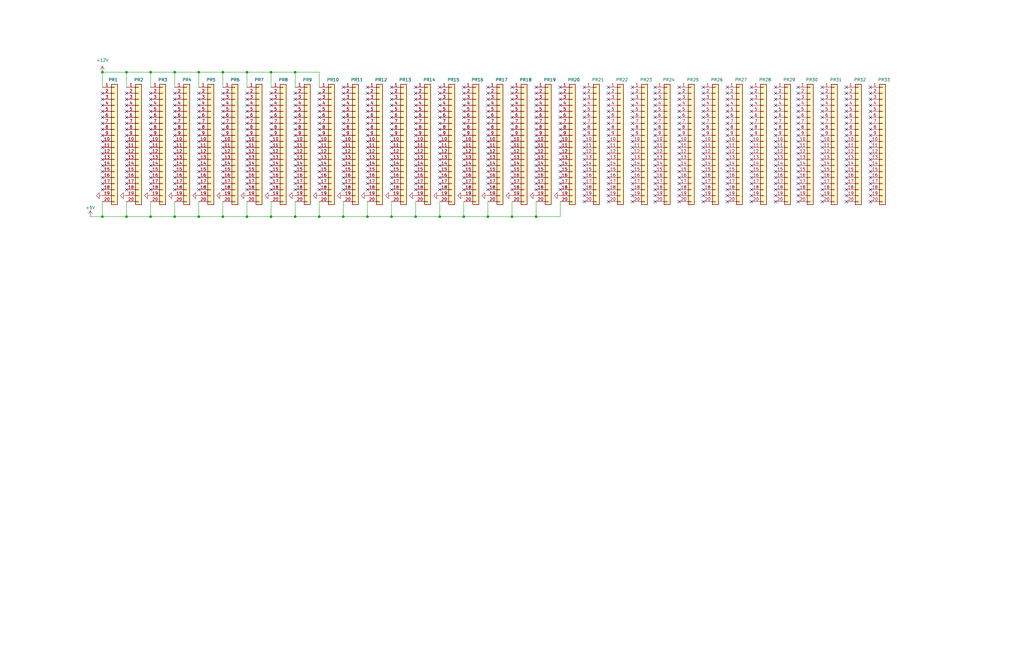
<source format=kicad_sch>
(kicad_sch (version 20230121) (generator eeschema)
  (paper "B")
  (title_block (title "Proto Area") (rev "B") (company "Trison Solutions LLC"))
  (lib_symbols
    (symbol "Groz_KiCad_Libs:Conn_01x20_Perf" (pin_names (offset 1.016) hide)
      (property "Reference" "J" (at 0 25.4 0))
      (property "Value" "Conn_01x20_Perf" (at 0 -27.94 0))
      (symbol "Conn_01x20_Perf_1_1"
        (rectangle (start -1.27 -25.273) (end 0 -25.527) (stroke (width 0.1524)))
        (rectangle (start -1.27 -22.733) (end 0 -22.987) (stroke (width 0.1524)))
        (rectangle (start -1.27 -20.193) (end 0 -20.447) (stroke (width 0.1524)))
        (rectangle (start -1.27 -17.653) (end 0 -17.907) (stroke (width 0.1524)))
        (rectangle (start -1.27 -15.113) (end 0 -15.367) (stroke (width 0.1524)))
        (rectangle (start -1.27 -12.573) (end 0 -12.827) (stroke (width 0.1524)))
        (rectangle (start -1.27 -10.033) (end 0 -10.287) (stroke (width 0.1524)))
        (rectangle (start -1.27 -7.493) (end 0 -7.747) (stroke (width 0.1524)))
        (rectangle (start -1.27 -4.953) (end 0 -5.207) (stroke (width 0.1524)))
        (rectangle (start -1.27 -2.413) (end 0 -2.667) (stroke (width 0.1524)))
        (rectangle (start -1.27 0.127) (end 0 -0.127) (stroke (width 0.1524)))
        (rectangle (start -1.27 2.667) (end 0 2.413) (stroke (width 0.1524)))
        (rectangle (start -1.27 5.207) (end 0 4.953) (stroke (width 0.1524)))
        (rectangle (start -1.27 7.747) (end 0 7.493) (stroke (width 0.1524)))
        (rectangle (start -1.27 10.287) (end 0 10.033) (stroke (width 0.1524)))
        (rectangle (start -1.27 12.827) (end 0 12.573) (stroke (width 0.1524)))
        (rectangle (start -1.27 15.367) (end 0 15.113) (stroke (width 0.1524)))
        (rectangle (start -1.27 17.907) (end 0 17.653) (stroke (width 0.1524)))
        (rectangle (start -1.27 20.447) (end 0 20.193) (stroke (width 0.1524)))
        (rectangle (start -1.27 22.987) (end 0 22.733) (stroke (width 0.1524)))
        (rectangle (start -1.27 24.13) (end 1.27 -26.67) (stroke (width 0.254)) (fill (type background)))
        (pin passive line (at -5.08 22.86 0) (length 3.81) (name "Pin_1") (number "1"))
        (pin passive line (at -5.08 0 0) (length 3.81) (name "Pin_10") (number "10"))
        (pin passive line (at -5.08 -2.54 0) (length 3.81) (name "Pin_11") (number "11"))
        (pin passive line (at -5.08 -5.08 0) (length 3.81) (name "Pin_12") (number "12"))
        (pin passive line (at -5.08 -7.62 0) (length 3.81) (name "Pin_13") (number "13"))
        (pin passive line (at -5.08 -10.16 0) (length 3.81) (name "Pin_14") (number "14"))
        (pin passive line (at -5.08 -12.7 0) (length 3.81) (name "Pin_15") (number "15"))
        (pin passive line (at -5.08 -15.24 0) (length 3.81) (name "Pin_16") (number "16"))
        (pin passive line (at -5.08 -17.78 0) (length 3.81) (name "Pin_17") (number "17"))
        (pin passive line (at -5.08 -20.32 0) (length 3.81) (name "Pin_18") (number "18"))
        (pin passive line (at -5.08 -22.86 0) (length 3.81) (name "Pin_19") (number "19"))
        (pin passive line (at -5.08 20.32 0) (length 3.81) (name "Pin_2") (number "2"))
        (pin passive line (at -5.08 -25.4 0) (length 3.81) (name "Pin_20") (number "20"))
        (pin passive line (at -5.08 17.78 0) (length 3.81) (name "Pin_3") (number "3"))
        (pin passive line (at -5.08 15.24 0) (length 3.81) (name "Pin_4") (number "4"))
        (pin passive line (at -5.08 12.7 0) (length 3.81) (name "Pin_5") (number "5"))
        (pin passive line (at -5.08 10.16 0) (length 3.81) (name "Pin_6") (number "6"))
        (pin passive line (at -5.08 7.62 0) (length 3.81) (name "Pin_7") (number "7"))
        (pin passive line (at -5.08 5.08 0) (length 3.81) (name "Pin_8") (number "8"))
        (pin passive line (at -5.08 2.54 0) (length 3.81) (name "Pin_9") (number "9"))
      )
    )
    (symbol "power:+12V" (power) (pin_names (offset 0))
      (property "Value" "+12V" (at 0 3.556 0))
      (symbol "+12V_0_1"
        (polyline (pts (xy -0.762 1.27) (xy 0 2.54)))
        (polyline (pts (xy 0 0) (xy 0 2.54)))
        (polyline (pts (xy 0 2.54) (xy 0.762 1.27)))
      )
      (symbol "+12V_1_1"
        (pin power_in line (at 0 0 90) (length 0) hide (name "+12V") (number "1"))
      )
    )
    (symbol "power:+5V" (power) (pin_names (offset 0))
      (property "Value" "+5V" (at 0 3.556 0))
      (symbol "+5V_0_1"
        (polyline (pts (xy -0.762 1.27) (xy 0 2.54)))
        (polyline (pts (xy 0 0) (xy 0 2.54)))
        (polyline (pts (xy 0 2.54) (xy 0.762 1.27)))
      )
      (symbol "+5V_1_1"
        (pin power_in line (at 0 0 90) (length 0) hide (name "+5V") (number "1"))
      )
    )
    (symbol "power:GND" (power) (pin_names (offset 0))
      (property "Value" "GND" (at 0 -3.81 0))
      (symbol "GND_0_1"
        (polyline (pts (xy 0 0) (xy 0 -1.27) (xy 1.27 -1.27) (xy 0 -2.54) (xy -1.27 -1.27) (xy 0 -1.27)))
      )
      (symbol "GND_1_1"
        (pin power_in line (at 0 0 270) (length 0) hide (name "GND") (number "1"))
      )
    )
  )
  (junction (at 124.46 91.44))
  (junction (at 215.9 91.44))
  (junction (at 114.3 30.48))
  (junction (at 104.14 30.48))
  (junction (at 53.34 91.44))
  (junction (at 73.66 91.44))
  (junction (at 144.78 91.44))
  (junction (at 83.82 91.44))
  (junction (at 124.46 30.48))
  (junction (at 53.34 30.48))
  (junction (at 93.98 91.44))
  (junction (at 104.14 91.44))
  (junction (at 83.82 30.48))
  (junction (at 134.62 91.44))
  (junction (at 175.26 91.44))
  (junction (at 43.18 91.44))
  (junction (at 63.5 91.44))
  (junction (at 165.1 91.44))
  (junction (at 226.06 91.44))
  (junction (at 43.18 30.48))
  (junction (at 205.74 91.44))
  (junction (at 63.5 30.48))
  (junction (at 195.58 91.44))
  (junction (at 93.98 30.48))
  (junction (at 154.94 91.44))
  (junction (at 114.3 91.44))
  (junction (at 73.66 30.48))
  (junction (at 185.42 91.44))
  (no_connect (at 367.03 49.53))
  (no_connect (at 276.225 80.01))
  (no_connect (at 246.38 49.53))
  (no_connect (at 63.5 69.85))
  (no_connect (at 256.54 72.39))
  (no_connect (at 175.26 46.99))
  (no_connect (at 256.54 67.31))
  (no_connect (at 266.7 62.23))
  (no_connect (at 124.46 80.01))
  (no_connect (at 83.82 77.47))
  (no_connect (at 306.705 72.39))
  (no_connect (at 266.7 52.07))
  (no_connect (at 165.1 77.47))
  (no_connect (at 205.74 44.45))
  (no_connect (at 246.38 64.77))
  (no_connect (at 306.705 80.01))
  (no_connect (at 205.74 80.01))
  (no_connect (at 175.26 69.85))
  (no_connect (at 226.06 46.99))
  (no_connect (at 165.1 44.45))
  (no_connect (at 316.865 62.23))
  (no_connect (at 154.94 62.23))
  (no_connect (at 327.025 80.01))
  (no_connect (at 356.87 72.39))
  (no_connect (at 256.54 77.47))
  (no_connect (at 83.82 46.99))
  (no_connect (at 286.385 67.31))
  (no_connect (at 124.46 46.99))
  (no_connect (at 195.58 69.85))
  (no_connect (at 276.225 72.39))
  (no_connect (at 276.225 64.77))
  (no_connect (at 205.74 67.31))
  (no_connect (at 336.55 59.69))
  (no_connect (at 266.7 49.53))
  (no_connect (at 327.025 49.53))
  (no_connect (at 93.98 57.15))
  (no_connect (at 165.1 57.15))
  (no_connect (at 316.865 69.85))
  (no_connect (at 134.62 41.91))
  (no_connect (at 236.22 39.37))
  (no_connect (at 195.58 46.99))
  (no_connect (at 266.7 36.83))
  (no_connect (at 327.025 57.15))
  (no_connect (at 246.38 72.39))
  (no_connect (at 346.71 80.01))
  (no_connect (at 154.94 46.99))
  (no_connect (at 104.14 69.85))
  (no_connect (at 83.82 57.15))
  (no_connect (at 175.26 77.47))
  (no_connect (at 53.34 77.47))
  (no_connect (at 134.62 67.31))
  (no_connect (at 73.66 69.85))
  (no_connect (at 356.87 49.53))
  (no_connect (at 134.62 49.53))
  (no_connect (at 43.18 44.45))
  (no_connect (at 93.98 52.07))
  (no_connect (at 367.03 46.99))
  (no_connect (at 124.46 69.85))
  (no_connect (at 256.54 54.61))
  (no_connect (at 175.26 41.91))
  (no_connect (at 236.22 52.07))
  (no_connect (at 144.78 67.31))
  (no_connect (at 296.545 62.23))
  (no_connect (at 134.62 46.99))
  (no_connect (at 43.18 39.37))
  (no_connect (at 93.98 64.77))
  (no_connect (at 356.87 85.09))
  (no_connect (at 215.9 57.15))
  (no_connect (at 124.46 54.61))
  (no_connect (at 63.5 72.39))
  (no_connect (at 266.7 74.93))
  (no_connect (at 185.42 80.01))
  (no_connect (at 346.71 52.07))
  (no_connect (at 266.7 64.77))
  (no_connect (at 226.06 67.31))
  (no_connect (at 367.03 39.37))
  (no_connect (at 165.1 69.85))
  (no_connect (at 53.34 46.99))
  (no_connect (at 195.58 57.15))
  (no_connect (at 327.025 46.99))
  (no_connect (at 246.38 67.31))
  (no_connect (at 195.58 54.61))
  (no_connect (at 296.545 85.09))
  (no_connect (at 73.66 41.91))
  (no_connect (at 296.545 59.69))
  (no_connect (at 276.225 44.45))
  (no_connect (at 336.55 49.53))
  (no_connect (at 215.9 67.31))
  (no_connect (at 195.58 64.77))
  (no_connect (at 104.14 80.01))
  (no_connect (at 306.705 67.31))
  (no_connect (at 306.705 36.83))
  (no_connect (at 63.5 39.37))
  (no_connect (at 346.71 74.93))
  (no_connect (at 296.545 57.15))
  (no_connect (at 195.58 74.93))
  (no_connect (at 185.42 39.37))
  (no_connect (at 114.3 49.53))
  (no_connect (at 367.03 82.55))
  (no_connect (at 236.22 67.31))
  (no_connect (at 73.66 77.47))
  (no_connect (at 215.9 72.39))
  (no_connect (at 215.9 41.91))
  (no_connect (at 266.7 54.61))
  (no_connect (at 165.1 46.99))
  (no_connect (at 63.5 80.01))
  (no_connect (at 73.66 39.37))
  (no_connect (at 205.74 77.47))
  (no_connect (at 356.87 82.55))
  (no_connect (at 367.03 36.83))
  (no_connect (at 246.38 74.93))
  (no_connect (at 144.78 41.91))
  (no_connect (at 195.58 80.01))
  (no_connect (at 144.78 36.83))
  (no_connect (at 236.22 62.23))
  (no_connect (at 346.71 85.09))
  (no_connect (at 175.26 67.31))
  (no_connect (at 256.54 44.45))
  (no_connect (at 236.22 80.01))
  (no_connect (at 296.545 69.85))
  (no_connect (at 336.55 74.93))
  (no_connect (at 114.3 69.85))
  (no_connect (at 276.225 59.69))
  (no_connect (at 246.38 36.83))
  (no_connect (at 336.55 46.99))
  (no_connect (at 346.71 57.15))
  (no_connect (at 104.14 52.07))
  (no_connect (at 236.22 44.45))
  (no_connect (at 93.98 46.99))
  (no_connect (at 346.71 36.83))
  (no_connect (at 215.9 44.45))
  (no_connect (at 256.54 59.69))
  (no_connect (at 226.06 36.83))
  (no_connect (at 104.14 74.93))
  (no_connect (at 306.705 52.07))
  (no_connect (at 83.82 64.77))
  (no_connect (at 114.3 52.07))
  (no_connect (at 367.03 54.61))
  (no_connect (at 104.14 54.61))
  (no_connect (at 256.54 62.23))
  (no_connect (at 286.385 77.47))
  (no_connect (at 205.74 39.37))
  (no_connect (at 256.54 36.83))
  (no_connect (at 306.705 69.85))
  (no_connect (at 205.74 64.77))
  (no_connect (at 336.55 52.07))
  (no_connect (at 154.94 49.53))
  (no_connect (at 316.865 80.01))
  (no_connect (at 336.55 54.61))
  (no_connect (at 43.18 72.39))
  (no_connect (at 93.98 77.47))
  (no_connect (at 246.38 62.23))
  (no_connect (at 306.705 57.15))
  (no_connect (at 215.9 74.93))
  (no_connect (at 296.545 49.53))
  (no_connect (at 185.42 62.23))
  (no_connect (at 276.225 57.15))
  (no_connect (at 205.74 36.83))
  (no_connect (at 286.385 69.85))
  (no_connect (at 53.34 41.91))
  (no_connect (at 93.98 39.37))
  (no_connect (at 53.34 44.45))
  (no_connect (at 356.87 44.45))
  (no_connect (at 296.545 41.91))
  (no_connect (at 367.03 57.15))
  (no_connect (at 53.34 64.77))
  (no_connect (at 73.66 52.07))
  (no_connect (at 53.34 74.93))
  (no_connect (at 104.14 41.91))
  (no_connect (at 134.62 54.61))
  (no_connect (at 175.26 59.69))
  (no_connect (at 215.9 49.53))
  (no_connect (at 236.22 46.99))
  (no_connect (at 276.225 82.55))
  (no_connect (at 215.9 69.85))
  (no_connect (at 316.865 36.83))
  (no_connect (at 165.1 72.39))
  (no_connect (at 336.55 67.31))
  (no_connect (at 367.03 69.85))
  (no_connect (at 154.94 59.69))
  (no_connect (at 114.3 74.93))
  (no_connect (at 346.71 64.77))
  (no_connect (at 246.38 80.01))
  (no_connect (at 215.9 59.69))
  (no_connect (at 175.26 62.23))
  (no_connect (at 175.26 74.93))
  (no_connect (at 134.62 64.77))
  (no_connect (at 296.545 77.47))
  (no_connect (at 356.87 36.83))
  (no_connect (at 356.87 62.23))
  (no_connect (at 73.66 67.31))
  (no_connect (at 306.705 59.69))
  (no_connect (at 144.78 59.69))
  (no_connect (at 316.865 57.15))
  (no_connect (at 256.54 41.91))
  (no_connect (at 205.74 72.39))
  (no_connect (at 316.865 44.45))
  (no_connect (at 346.71 46.99))
  (no_connect (at 316.865 67.31))
  (no_connect (at 43.18 49.53))
  (no_connect (at 316.865 39.37))
  (no_connect (at 83.82 44.45))
  (no_connect (at 276.225 52.07))
  (no_connect (at 226.06 74.93))
  (no_connect (at 93.98 67.31))
  (no_connect (at 226.06 62.23))
  (no_connect (at 236.22 74.93))
  (no_connect (at 327.025 69.85))
  (no_connect (at 154.94 80.01))
  (no_connect (at 165.1 59.69))
  (no_connect (at 336.55 36.83))
  (no_connect (at 43.18 41.91))
  (no_connect (at 195.58 67.31))
  (no_connect (at 114.3 59.69))
  (no_connect (at 266.7 80.01))
  (no_connect (at 356.87 77.47))
  (no_connect (at 185.42 57.15))
  (no_connect (at 165.1 39.37))
  (no_connect (at 256.54 57.15))
  (no_connect (at 215.9 62.23))
  (no_connect (at 367.03 64.77))
  (no_connect (at 236.22 72.39))
  (no_connect (at 154.94 52.07))
  (no_connect (at 316.865 52.07))
  (no_connect (at 266.7 82.55))
  (no_connect (at 356.87 80.01))
  (no_connect (at 266.7 67.31))
  (no_connect (at 316.865 54.61))
  (no_connect (at 367.03 77.47))
  (no_connect (at 43.18 67.31))
  (no_connect (at 114.3 46.99))
  (no_connect (at 195.58 72.39))
  (no_connect (at 346.71 77.47))
  (no_connect (at 185.42 69.85))
  (no_connect (at 185.42 77.47))
  (no_connect (at 336.55 72.39))
  (no_connect (at 104.14 49.53))
  (no_connect (at 286.385 64.77))
  (no_connect (at 226.06 41.91))
  (no_connect (at 134.62 69.85))
  (no_connect (at 185.42 52.07))
  (no_connect (at 73.66 49.53))
  (no_connect (at 246.38 69.85))
  (no_connect (at 53.34 49.53))
  (no_connect (at 43.18 46.99))
  (no_connect (at 276.225 41.91))
  (no_connect (at 185.42 54.61))
  (no_connect (at 306.705 46.99))
  (no_connect (at 226.06 69.85))
  (no_connect (at 195.58 49.53))
  (no_connect (at 93.98 69.85))
  (no_connect (at 83.82 72.39))
  (no_connect (at 165.1 67.31))
  (no_connect (at 327.025 36.83))
  (no_connect (at 43.18 54.61))
  (no_connect (at 93.98 54.61))
  (no_connect (at 83.82 59.69))
  (no_connect (at 276.225 46.99))
  (no_connect (at 83.82 39.37))
  (no_connect (at 346.71 41.91))
  (no_connect (at 346.71 54.61))
  (no_connect (at 327.025 59.69))
  (no_connect (at 83.82 80.01))
  (no_connect (at 43.18 57.15))
  (no_connect (at 144.78 80.01))
  (no_connect (at 185.42 44.45))
  (no_connect (at 346.71 44.45))
  (no_connect (at 104.14 39.37))
  (no_connect (at 346.71 39.37))
  (no_connect (at 215.9 36.83))
  (no_connect (at 336.55 69.85))
  (no_connect (at 286.385 80.01))
  (no_connect (at 154.94 72.39))
  (no_connect (at 356.87 52.07))
  (no_connect (at 316.865 41.91))
  (no_connect (at 114.3 54.61))
  (no_connect (at 356.87 74.93))
  (no_connect (at 327.025 85.09))
  (no_connect (at 154.94 41.91))
  (no_connect (at 296.545 72.39))
  (no_connect (at 346.71 59.69))
  (no_connect (at 226.06 44.45))
  (no_connect (at 195.58 62.23))
  (no_connect (at 73.66 54.61))
  (no_connect (at 185.42 59.69))
  (no_connect (at 144.78 69.85))
  (no_connect (at 296.545 54.61))
  (no_connect (at 336.55 57.15))
  (no_connect (at 236.22 36.83))
  (no_connect (at 306.705 77.47))
  (no_connect (at 195.58 52.07))
  (no_connect (at 195.58 36.83))
  (no_connect (at 356.87 69.85))
  (no_connect (at 114.3 77.47))
  (no_connect (at 346.71 72.39))
  (no_connect (at 124.46 74.93))
  (no_connect (at 205.74 69.85))
  (no_connect (at 124.46 59.69))
  (no_connect (at 306.705 64.77))
  (no_connect (at 63.5 62.23))
  (no_connect (at 63.5 64.77))
  (no_connect (at 144.78 74.93))
  (no_connect (at 154.94 74.93))
  (no_connect (at 286.385 85.09))
  (no_connect (at 286.385 52.07))
  (no_connect (at 144.78 57.15))
  (no_connect (at 43.18 64.77))
  (no_connect (at 226.06 54.61))
  (no_connect (at 83.82 74.93))
  (no_connect (at 286.385 74.93))
  (no_connect (at 226.06 64.77))
  (no_connect (at 185.42 72.39))
  (no_connect (at 104.14 67.31))
  (no_connect (at 215.9 52.07))
  (no_connect (at 266.7 57.15))
  (no_connect (at 356.87 41.91))
  (no_connect (at 306.705 39.37))
  (no_connect (at 134.62 74.93))
  (no_connect (at 104.14 57.15))
  (no_connect (at 154.94 77.47))
  (no_connect (at 154.94 44.45))
  (no_connect (at 296.545 82.55))
  (no_connect (at 124.46 52.07))
  (no_connect (at 327.025 54.61))
  (no_connect (at 195.58 77.47))
  (no_connect (at 124.46 62.23))
  (no_connect (at 367.03 72.39))
  (no_connect (at 296.545 39.37))
  (no_connect (at 144.78 64.77))
  (no_connect (at 114.3 67.31))
  (no_connect (at 236.22 49.53))
  (no_connect (at 165.1 49.53))
  (no_connect (at 246.38 77.47))
  (no_connect (at 53.34 52.07))
  (no_connect (at 256.54 82.55))
  (no_connect (at 236.22 59.69))
  (no_connect (at 63.5 74.93))
  (no_connect (at 43.18 59.69))
  (no_connect (at 205.74 54.61))
  (no_connect (at 144.78 54.61))
  (no_connect (at 266.7 46.99))
  (no_connect (at 306.705 41.91))
  (no_connect (at 236.22 64.77))
  (no_connect (at 73.66 62.23))
  (no_connect (at 124.46 41.91))
  (no_connect (at 205.74 41.91))
  (no_connect (at 256.54 80.01))
  (no_connect (at 256.54 64.77))
  (no_connect (at 226.06 57.15))
  (no_connect (at 327.025 82.55))
  (no_connect (at 226.06 80.01))
  (no_connect (at 266.7 59.69))
  (no_connect (at 316.865 77.47))
  (no_connect (at 276.225 62.23))
  (no_connect (at 327.025 39.37))
  (no_connect (at 336.55 82.55))
  (no_connect (at 336.55 41.91))
  (no_connect (at 165.1 80.01))
  (no_connect (at 246.38 82.55))
  (no_connect (at 286.385 72.39))
  (no_connect (at 296.545 46.99))
  (no_connect (at 296.545 64.77))
  (no_connect (at 346.71 82.55))
  (no_connect (at 93.98 49.53))
  (no_connect (at 93.98 44.45))
  (no_connect (at 306.705 82.55))
  (no_connect (at 63.5 59.69))
  (no_connect (at 266.7 41.91))
  (no_connect (at 367.03 67.31))
  (no_connect (at 327.025 64.77))
  (no_connect (at 327.025 62.23))
  (no_connect (at 73.66 46.99))
  (no_connect (at 43.18 52.07))
  (no_connect (at 306.705 54.61))
  (no_connect (at 63.5 44.45))
  (no_connect (at 327.025 77.47))
  (no_connect (at 53.34 59.69))
  (no_connect (at 286.385 46.99))
  (no_connect (at 63.5 67.31))
  (no_connect (at 306.705 74.93))
  (no_connect (at 327.025 74.93))
  (no_connect (at 367.03 59.69))
  (no_connect (at 367.03 44.45))
  (no_connect (at 316.865 72.39))
  (no_connect (at 327.025 52.07))
  (no_connect (at 246.38 54.61))
  (no_connect (at 73.66 59.69))
  (no_connect (at 276.225 36.83))
  (no_connect (at 367.03 41.91))
  (no_connect (at 316.865 85.09))
  (no_connect (at 276.225 67.31))
  (no_connect (at 63.5 57.15))
  (no_connect (at 356.87 39.37))
  (no_connect (at 175.26 72.39))
  (no_connect (at 144.78 77.47))
  (no_connect (at 175.26 36.83))
  (no_connect (at 346.71 49.53))
  (no_connect (at 266.7 44.45))
  (no_connect (at 124.46 77.47))
  (no_connect (at 316.865 64.77))
  (no_connect (at 205.74 46.99))
  (no_connect (at 306.705 62.23))
  (no_connect (at 154.94 67.31))
  (no_connect (at 266.7 39.37))
  (no_connect (at 246.38 41.91))
  (no_connect (at 246.38 85.09))
  (no_connect (at 246.38 44.45))
  (no_connect (at 104.14 59.69))
  (no_connect (at 195.58 39.37))
  (no_connect (at 215.9 39.37))
  (no_connect (at 246.38 39.37))
  (no_connect (at 124.46 39.37))
  (no_connect (at 327.025 41.91))
  (no_connect (at 205.74 59.69))
  (no_connect (at 175.26 80.01))
  (no_connect (at 114.3 39.37))
  (no_connect (at 165.1 36.83))
  (no_connect (at 104.14 72.39))
  (no_connect (at 114.3 62.23))
  (no_connect (at 367.03 74.93))
  (no_connect (at 53.34 57.15))
  (no_connect (at 336.55 64.77))
  (no_connect (at 63.5 54.61))
  (no_connect (at 134.62 39.37))
  (no_connect (at 165.1 64.77))
  (no_connect (at 236.22 57.15))
  (no_connect (at 336.55 39.37))
  (no_connect (at 286.385 44.45))
  (no_connect (at 144.78 49.53))
  (no_connect (at 346.71 62.23))
  (no_connect (at 175.26 39.37))
  (no_connect (at 175.26 64.77))
  (no_connect (at 185.42 67.31))
  (no_connect (at 124.46 49.53))
  (no_connect (at 336.55 62.23))
  (no_connect (at 185.42 74.93))
  (no_connect (at 246.38 52.07))
  (no_connect (at 43.18 69.85))
  (no_connect (at 175.26 49.53))
  (no_connect (at 73.66 74.93))
  (no_connect (at 356.87 57.15))
  (no_connect (at 346.71 67.31))
  (no_connect (at 83.82 49.53))
  (no_connect (at 306.705 49.53))
  (no_connect (at 144.78 72.39))
  (no_connect (at 104.14 62.23))
  (no_connect (at 316.865 82.55))
  (no_connect (at 256.54 46.99))
  (no_connect (at 215.9 77.47))
  (no_connect (at 134.62 52.07))
  (no_connect (at 256.54 85.09))
  (no_connect (at 276.225 49.53))
  (no_connect (at 144.78 62.23))
  (no_connect (at 165.1 54.61))
  (no_connect (at 124.46 64.77))
  (no_connect (at 43.18 80.01))
  (no_connect (at 226.06 49.53))
  (no_connect (at 114.3 41.91))
  (no_connect (at 134.62 80.01))
  (no_connect (at 104.14 77.47))
  (no_connect (at 53.34 80.01))
  (no_connect (at 226.06 77.47))
  (no_connect (at 53.34 67.31))
  (no_connect (at 205.74 49.53))
  (no_connect (at 215.9 54.61))
  (no_connect (at 296.545 67.31))
  (no_connect (at 266.7 72.39))
  (no_connect (at 276.225 69.85))
  (no_connect (at 296.545 74.93))
  (no_connect (at 296.545 44.45))
  (no_connect (at 154.94 64.77))
  (no_connect (at 185.42 36.83))
  (no_connect (at 83.82 41.91))
  (no_connect (at 286.385 39.37))
  (no_connect (at 43.18 62.23))
  (no_connect (at 195.58 41.91))
  (no_connect (at 286.385 62.23))
  (no_connect (at 367.03 52.07))
  (no_connect (at 356.87 46.99))
  (no_connect (at 356.87 59.69))
  (no_connect (at 144.78 39.37))
  (no_connect (at 296.545 52.07))
  (no_connect (at 306.705 85.09))
  (no_connect (at 195.58 44.45))
  (no_connect (at 336.55 77.47))
  (no_connect (at 154.94 39.37))
  (no_connect (at 165.1 74.93))
  (no_connect (at 114.3 64.77))
  (no_connect (at 296.545 80.01))
  (no_connect (at 246.38 57.15))
  (no_connect (at 236.22 77.47))
  (no_connect (at 256.54 49.53))
  (no_connect (at 154.94 54.61))
  (no_connect (at 175.26 54.61))
  (no_connect (at 73.66 44.45))
  (no_connect (at 236.22 69.85))
  (no_connect (at 63.5 49.53))
  (no_connect (at 266.7 85.09))
  (no_connect (at 43.18 77.47))
  (no_connect (at 63.5 46.99))
  (no_connect (at 286.385 36.83))
  (no_connect (at 367.03 80.01))
  (no_connect (at 134.62 44.45))
  (no_connect (at 276.225 77.47))
  (no_connect (at 53.34 72.39))
  (no_connect (at 73.66 64.77))
  (no_connect (at 356.87 54.61))
  (no_connect (at 286.385 49.53))
  (no_connect (at 256.54 74.93))
  (no_connect (at 165.1 62.23))
  (no_connect (at 246.38 59.69))
  (no_connect (at 83.82 62.23))
  (no_connect (at 356.87 67.31))
  (no_connect (at 134.62 59.69))
  (no_connect (at 114.3 72.39))
  (no_connect (at 43.18 74.93))
  (no_connect (at 336.55 44.45))
  (no_connect (at 205.74 52.07))
  (no_connect (at 226.06 39.37))
  (no_connect (at 165.1 52.07))
  (no_connect (at 104.14 64.77))
  (no_connect (at 296.545 36.83))
  (no_connect (at 73.66 80.01))
  (no_connect (at 256.54 69.85))
  (no_connect (at 336.55 80.01))
  (no_connect (at 175.26 52.07))
  (no_connect (at 316.865 46.99))
  (no_connect (at 144.78 46.99))
  (no_connect (at 236.22 41.91))
  (no_connect (at 276.225 85.09))
  (no_connect (at 93.98 62.23))
  (no_connect (at 114.3 80.01))
  (no_connect (at 246.38 46.99))
  (no_connect (at 327.025 72.39))
  (no_connect (at 93.98 59.69))
  (no_connect (at 205.74 74.93))
  (no_connect (at 83.82 69.85))
  (no_connect (at 134.62 57.15))
  (no_connect (at 226.06 72.39))
  (no_connect (at 316.865 49.53))
  (no_connect (at 226.06 52.07))
  (no_connect (at 83.82 67.31))
  (no_connect (at 124.46 72.39))
  (no_connect (at 83.82 54.61))
  (no_connect (at 367.03 85.09))
  (no_connect (at 53.34 39.37))
  (no_connect (at 266.7 69.85))
  (no_connect (at 124.46 57.15))
  (no_connect (at 316.865 74.93))
  (no_connect (at 215.9 80.01))
  (no_connect (at 114.3 57.15))
  (no_connect (at 73.66 72.39))
  (no_connect (at 175.26 44.45))
  (no_connect (at 63.5 52.07))
  (no_connect (at 53.34 69.85))
  (no_connect (at 336.55 85.09))
  (no_connect (at 53.34 54.61))
  (no_connect (at 215.9 46.99))
  (no_connect (at 256.54 52.07))
  (no_connect (at 356.87 64.77))
  (no_connect (at 327.025 44.45))
  (no_connect (at 205.74 62.23))
  (no_connect (at 93.98 74.93))
  (no_connect (at 93.98 72.39))
  (no_connect (at 104.14 46.99))
  (no_connect (at 73.66 57.15))
  (no_connect (at 154.94 36.83))
  (no_connect (at 53.34 62.23))
  (no_connect (at 104.14 44.45))
  (no_connect (at 144.78 44.45))
  (no_connect (at 154.94 69.85))
  (no_connect (at 154.94 57.15))
  (no_connect (at 327.025 67.31))
  (no_connect (at 185.42 49.53))
  (no_connect (at 124.46 67.31))
  (no_connect (at 175.26 57.15))
  (no_connect (at 93.98 80.01))
  (no_connect (at 185.42 41.91))
  (no_connect (at 286.385 41.91))
  (no_connect (at 134.62 77.47))
  (no_connect (at 185.42 64.77))
  (no_connect (at 63.5 77.47))
  (no_connect (at 185.42 46.99))
  (no_connect (at 367.03 62.23))
  (no_connect (at 165.1 41.91))
  (no_connect (at 226.06 59.69))
  (no_connect (at 286.385 57.15))
  (no_connect (at 306.705 44.45))
  (no_connect (at 286.385 82.55))
  (no_connect (at 205.74 57.15))
  (no_connect (at 276.225 39.37))
  (no_connect (at 276.225 74.93))
  (no_connect (at 286.385 59.69))
  (no_connect (at 316.865 59.69))
  (no_connect (at 134.62 72.39))
  (no_connect (at 286.385 54.61))
  (no_connect (at 63.5 41.91))
  (no_connect (at 144.78 52.07))
  (no_connect (at 256.54 39.37))
  (no_connect (at 93.98 41.91))
  (no_connect (at 346.71 69.85))
  (no_connect (at 276.225 54.61))
  (no_connect (at 266.7 77.47))
  (no_connect (at 124.46 44.45))
  (no_connect (at 215.9 64.77))
  (no_connect (at 134.62 62.23))
  (no_connect (at 114.3 44.45))
  (no_connect (at 236.22 54.61))
  (no_connect (at 195.58 59.69))
  (no_connect (at 83.82 52.07))
  (wire (pts (xy 175.26 91.44) (xy 185.42 91.44)))
  (wire (pts (xy 124.46 30.48) (xy 124.46 36.83)))
  (wire (pts (xy 63.5 91.44) (xy 73.66 91.44)))
  (wire (pts (xy 104.14 91.44) (xy 114.3 91.44)))
  (wire (pts (xy 43.18 91.44) (xy 53.34 91.44)))
  (wire (pts (xy 43.18 30.48) (xy 53.34 30.48)))
  (wire (pts (xy 236.22 85.09) (xy 236.22 91.44)))
  (wire (pts (xy 73.66 30.48) (xy 83.82 30.48)))
  (wire (pts (xy 185.42 85.09) (xy 185.42 91.44)))
  (wire (pts (xy 38.1 91.44) (xy 43.18 91.44)))
  (wire (pts (xy 73.66 30.48) (xy 73.66 36.83)))
  (wire (pts (xy 53.34 85.09) (xy 53.34 91.44)))
  (wire (pts (xy 205.74 85.09) (xy 205.74 91.44)))
  (wire (pts (xy 226.06 85.09) (xy 226.06 91.44)))
  (wire (pts (xy 165.1 91.44) (xy 175.26 91.44)))
  (wire (pts (xy 114.3 30.48) (xy 124.46 30.48)))
  (wire (pts (xy 215.9 85.09) (xy 215.9 91.44)))
  (wire (pts (xy 93.98 30.48) (xy 93.98 36.83)))
  (wire (pts (xy 114.3 30.48) (xy 114.3 36.83)))
  (wire (pts (xy 104.14 85.09) (xy 104.14 91.44)))
  (wire (pts (xy 83.82 30.48) (xy 83.82 36.83)))
  (wire (pts (xy 144.78 91.44) (xy 154.94 91.44)))
  (wire (pts (xy 53.34 30.48) (xy 63.5 30.48)))
  (wire (pts (xy 43.18 36.83) (xy 43.18 30.48)))
  (wire (pts (xy 124.46 91.44) (xy 134.62 91.44)))
  (wire (pts (xy 215.9 91.44) (xy 226.06 91.44)))
  (wire (pts (xy 73.66 85.09) (xy 73.66 91.44)))
  (wire (pts (xy 134.62 91.44) (xy 144.78 91.44)))
  (wire (pts (xy 93.98 91.44) (xy 104.14 91.44)))
  (wire (pts (xy 195.58 91.44) (xy 205.74 91.44)))
  (wire (pts (xy 165.1 85.09) (xy 165.1 91.44)))
  (wire (pts (xy 93.98 30.48) (xy 104.14 30.48)))
  (wire (pts (xy 93.98 85.09) (xy 93.98 91.44)))
  (wire (pts (xy 83.82 91.44) (xy 93.98 91.44)))
  (wire (pts (xy 134.62 85.09) (xy 134.62 91.44)))
  (wire (pts (xy 226.06 91.44) (xy 236.22 91.44)))
  (wire (pts (xy 53.34 91.44) (xy 63.5 91.44)))
  (wire (pts (xy 114.3 85.09) (xy 114.3 91.44)))
  (wire (pts (xy 83.82 85.09) (xy 83.82 91.44)))
  (wire (pts (xy 104.14 30.48) (xy 104.14 36.83)))
  (wire (pts (xy 63.5 85.09) (xy 63.5 91.44)))
  (wire (pts (xy 185.42 91.44) (xy 195.58 91.44)))
  (wire (pts (xy 205.74 91.44) (xy 215.9 91.44)))
  (wire (pts (xy 43.18 85.09) (xy 43.18 91.44)))
  (wire (pts (xy 63.5 30.48) (xy 63.5 36.83)))
  (wire (pts (xy 154.94 91.44) (xy 165.1 91.44)))
  (wire (pts (xy 154.94 85.09) (xy 154.94 91.44)))
  (wire (pts (xy 73.66 91.44) (xy 83.82 91.44)))
  (wire (pts (xy 124.46 85.09) (xy 124.46 91.44)))
  (wire (pts (xy 104.14 30.48) (xy 114.3 30.48)))
  (wire (pts (xy 134.62 30.48) (xy 134.62 36.83)))
  (wire (pts (xy 63.5 30.48) (xy 73.66 30.48)))
  (wire (pts (xy 144.78 85.09) (xy 144.78 91.44)))
  (wire (pts (xy 175.26 85.09) (xy 175.26 91.44)))
  (wire (pts (xy 83.82 30.48) (xy 93.98 30.48)))
  (wire (pts (xy 195.58 85.09) (xy 195.58 91.44)))
  (wire (pts (xy 124.46 30.48) (xy 134.62 30.48)))
  (wire (pts (xy 53.34 30.48) (xy 53.34 36.83)))
  (wire (pts (xy 114.3 91.44) (xy 124.46 91.44)))
  (symbol (lib_id "power:+5V") (at 38.1 91.44 0) (mirror y) (unit 1)
    (property "Reference" "#PWR035" (effects hide))
    (property "Value" "+5V" (at 38.1 87.63 0))
    (instances (project "CNH_Functional_Tester_1" (path "" (reference "#PWR035") (unit 1)) (path "" (reference "#PWR070") (unit 1))))
  )
  (symbol (lib_id "Groz_KiCad_Libs:Conn_01x20_Perf") (at 78.74 59.69 0) (unit 1)
    (property "Reference" "PR4" (at 76.835 33.655 0) (effects (justify left)))
    (property "Value" "Conn_01x20_Perf" (effects hide))
    (property "Footprint" "Groz_KiCad_Libs:SIP-20_PERF" (effects hide))
  )
  (symbol (lib_id "power:GND") (at 205.74 82.55 270) (unit 1)
    (property "Reference" "#PWR043" (effects hide))
    (property "Value" "GND" (effects hide))
    (instances (project "CNH_Functional_Tester_1" (path "" (reference "#PWR043") (unit 1)) (path "" (reference "#PWR062") (unit 1))))
  )
  (symbol (lib_id "power:GND") (at 73.66 82.55 270) (unit 1)
    (property "Reference" "#PWR043" (effects hide))
    (property "Value" "GND" (effects hide))
    (instances (project "CNH_Functional_Tester_1" (path "" (reference "#PWR043") (unit 1)) (path "" (reference "#PWR049") (unit 1))))
  )
  (symbol (lib_id "Groz_KiCad_Libs:Conn_01x20_Perf") (at 200.66 59.69 0) (unit 1)
    (property "Reference" "PR16" (at 198.755 33.655 0) (effects (justify left)))
    (property "Value" "Conn_01x20_Perf" (effects hide))
    (property "Footprint" "Groz_KiCad_Libs:SIP-20_PERF" (effects hide))
  )
  (symbol (lib_id "power:GND") (at 124.46 82.55 270) (unit 1)
    (property "Reference" "#PWR043" (effects hide))
    (property "Value" "GND" (effects hide))
    (instances (project "CNH_Functional_Tester_1" (path "" (reference "#PWR043") (unit 1)) (path "" (reference "#PWR054") (unit 1))))
  )
  (symbol (lib_id "power:GND") (at 236.22 82.55 270) (unit 1)
    (property "Reference" "#PWR043" (effects hide))
    (property "Value" "GND" (effects hide))
    (instances (project "CNH_Functional_Tester_1" (path "" (reference "#PWR043") (unit 1)) (path "" (reference "#PWR065") (unit 1))))
  )
  (symbol (lib_id "Groz_KiCad_Libs:Conn_01x20_Perf") (at 311.785 59.69 0) (unit 1)
    (property "Reference" "PR27" (at 309.88 33.655 0) (effects (justify left)))
    (property "Value" "Conn_01x20_Perf" (effects hide))
    (property "Footprint" "Groz_KiCad_Libs:SIP-20_PERF" (effects hide))
  )
  (symbol (lib_id "Groz_KiCad_Libs:Conn_01x20_Perf") (at 160.02 59.69 0) (unit 1)
    (property "Reference" "PR12" (at 158.115 33.655 0) (effects (justify left)))
    (property "Value" "Conn_01x20_Perf" (effects hide))
    (property "Footprint" "Groz_KiCad_Libs:SIP-20_PERF" (effects hide))
  )
  (symbol (lib_id "power:GND") (at 63.5 82.55 270) (unit 1)
    (property "Reference" "#PWR043" (effects hide))
    (property "Value" "GND" (effects hide))
    (instances (project "CNH_Functional_Tester_1" (path "" (reference "#PWR043") (unit 1)) (path "" (reference "#PWR048") (unit 1))))
  )
  (symbol (lib_id "power:GND") (at 144.78 82.55 270) (unit 1)
    (property "Reference" "#PWR043" (effects hide))
    (property "Value" "GND" (effects hide))
    (instances (project "CNH_Functional_Tester_1" (path "" (reference "#PWR043") (unit 1)) (path "" (reference "#PWR056") (unit 1))))
  )
  (symbol (lib_id "Groz_KiCad_Libs:Conn_01x20_Perf") (at 321.945 59.69 0) (unit 1)
    (property "Reference" "PR28" (at 320.04 33.655 0) (effects (justify left)))
    (property "Value" "Conn_01x20_Perf" (effects hide))
    (property "Footprint" "Groz_KiCad_Libs:SIP-20_PERF" (effects hide))
  )
  (symbol (lib_id "power:GND") (at 226.06 82.55 270) (unit 1)
    (property "Reference" "#PWR043" (effects hide))
    (property "Value" "GND" (effects hide))
    (instances (project "CNH_Functional_Tester_1" (path "" (reference "#PWR043") (unit 1)) (path "" (reference "#PWR064") (unit 1))))
  )
  (symbol (lib_id "Groz_KiCad_Libs:Conn_01x20_Perf") (at 231.14 59.69 0) (unit 1)
    (property "Reference" "PR19" (at 229.235 33.655 0) (effects (justify left)))
    (property "Value" "Conn_01x20_Perf" (effects hide))
    (property "Footprint" "Groz_KiCad_Libs:SIP-20_PERF" (effects hide))
  )
  (symbol (lib_id "Groz_KiCad_Libs:Conn_01x20_Perf") (at 361.95 59.69 0) (unit 1)
    (property "Reference" "PR32" (at 360.045 33.655 0) (effects (justify left)))
    (property "Value" "Conn_01x20_Perf" (effects hide))
    (property "Footprint" "Groz_KiCad_Libs:SIP-20_PERF" (effects hide))
  )
  (symbol (lib_id "Groz_KiCad_Libs:Conn_01x20_Perf") (at 88.9 59.69 0) (unit 1)
    (property "Reference" "PR5" (at 86.995 33.655 0) (effects (justify left)))
    (property "Value" "Conn_01x20_Perf" (effects hide))
    (property "Footprint" "Groz_KiCad_Libs:SIP-20_PERF" (effects hide))
  )
  (symbol (lib_id "Groz_KiCad_Libs:Conn_01x20_Perf") (at 251.46 59.69 0) (unit 1)
    (property "Reference" "PR21" (at 249.555 33.655 0) (effects (justify left)))
    (property "Value" "Conn_01x20_Perf" (effects hide))
    (property "Footprint" "Groz_KiCad_Libs:SIP-20_PERF" (effects hide))
  )
  (symbol (lib_id "power:GND") (at 114.3 82.55 270) (unit 1)
    (property "Reference" "#PWR043" (effects hide))
    (property "Value" "GND" (effects hide))
    (instances (project "CNH_Functional_Tester_1" (path "" (reference "#PWR043") (unit 1)) (path "" (reference "#PWR053") (unit 1))))
  )
  (symbol (lib_id "Groz_KiCad_Libs:Conn_01x20_Perf") (at 351.79 59.69 0) (unit 1)
    (property "Reference" "PR31" (at 349.885 33.655 0) (effects (justify left)))
    (property "Value" "Conn_01x20_Perf" (effects hide))
    (property "Footprint" "Groz_KiCad_Libs:SIP-20_PERF" (effects hide))
  )
  (symbol (lib_id "Groz_KiCad_Libs:Conn_01x20_Perf") (at 190.5 59.69 0) (unit 1)
    (property "Reference" "PR15" (at 188.595 33.655 0) (effects (justify left)))
    (property "Value" "Conn_01x20_Perf" (effects hide))
    (property "Footprint" "Groz_KiCad_Libs:SIP-20_PERF" (effects hide))
  )
  (symbol (lib_id "Groz_KiCad_Libs:Conn_01x20_Perf") (at 58.42 59.69 0) (unit 1)
    (property "Reference" "PR2" (at 56.515 33.655 0) (effects (justify left)))
    (property "Value" "Conn_01x20_Perf" (effects hide))
    (property "Footprint" "Groz_KiCad_Libs:SIP-20_PERF" (effects hide))
  )
  (symbol (lib_id "Groz_KiCad_Libs:Conn_01x20_Perf") (at 180.34 59.69 0) (unit 1)
    (property "Reference" "PR14" (at 178.435 33.655 0) (effects (justify left)))
    (property "Value" "Conn_01x20_Perf" (effects hide))
    (property "Footprint" "Groz_KiCad_Libs:SIP-20_PERF" (effects hide))
  )
  (symbol (lib_id "Groz_KiCad_Libs:Conn_01x20_Perf") (at 372.11 59.69 0) (unit 1)
    (property "Reference" "PR33" (at 370.205 33.655 0) (effects (justify left)))
    (property "Value" "Conn_01x20_Perf" (effects hide))
    (property "Footprint" "Groz_KiCad_Libs:SIP-20_PERF" (effects hide))
  )
  (symbol (lib_id "power:GND") (at 43.18 82.55 270) (unit 1)
    (property "Reference" "#PWR043" (effects hide))
    (property "Value" "GND" (effects hide))
    (instances (project "CNH_Functional_Tester_1" (path "" (reference "#PWR043") (unit 1)) (path "" (reference "#PWR047") (unit 1))))
  )
  (symbol (lib_id "Groz_KiCad_Libs:Conn_01x20_Perf") (at 291.465 59.69 0) (unit 1)
    (property "Reference" "PR25" (at 289.56 33.655 0) (effects (justify left)))
    (property "Value" "Conn_01x20_Perf" (effects hide))
    (property "Footprint" "Groz_KiCad_Libs:SIP-20_PERF" (effects hide))
  )
  (symbol (lib_id "Groz_KiCad_Libs:Conn_01x20_Perf") (at 220.98 59.69 0) (unit 1)
    (property "Reference" "PR18" (at 219.075 33.655 0) (effects (justify left)))
    (property "Value" "Conn_01x20_Perf" (effects hide))
    (property "Footprint" "Groz_KiCad_Libs:SIP-20_PERF" (effects hide))
  )
  (symbol (lib_id "Groz_KiCad_Libs:Conn_01x20_Perf") (at 109.22 59.69 0) (unit 1)
    (property "Reference" "PR7" (at 107.315 33.655 0) (effects (justify left)))
    (property "Value" "Conn_01x20_Perf" (effects hide))
    (property "Footprint" "Groz_KiCad_Libs:SIP-20_PERF" (effects hide))
  )
  (symbol (lib_id "Groz_KiCad_Libs:Conn_01x20_Perf") (at 261.62 59.69 0) (unit 1)
    (property "Reference" "PR22" (at 259.715 33.655 0) (effects (justify left)))
    (property "Value" "Conn_01x20_Perf" (effects hide))
    (property "Footprint" "Groz_KiCad_Libs:SIP-20_PERF" (effects hide))
  )
  (symbol (lib_id "Groz_KiCad_Libs:Conn_01x20_Perf") (at 129.54 59.69 0) (unit 1)
    (property "Reference" "PR9" (at 127.635 33.655 0) (effects (justify left)))
    (property "Value" "Conn_01x20_Perf" (effects hide))
    (property "Footprint" "Groz_KiCad_Libs:SIP-20_PERF" (effects hide))
  )
  (symbol (lib_id "power:GND") (at 134.62 82.55 270) (unit 1)
    (property "Reference" "#PWR043" (effects hide))
    (property "Value" "GND" (effects hide))
    (instances (project "CNH_Functional_Tester_1" (path "" (reference "#PWR043") (unit 1)) (path "" (reference "#PWR055") (unit 1))))
  )
  (symbol (lib_id "Groz_KiCad_Libs:Conn_01x20_Perf") (at 271.78 59.69 0) (unit 1)
    (property "Reference" "PR23" (at 269.875 33.655 0) (effects (justify left)))
    (property "Value" "Conn_01x20_Perf" (effects hide))
    (property "Footprint" "Groz_KiCad_Libs:SIP-20_PERF" (effects hide))
  )
  (symbol (lib_id "Groz_KiCad_Libs:Conn_01x20_Perf") (at 149.86 59.69 0) (unit 1)
    (property "Reference" "PR11" (at 147.955 33.655 0) (effects (justify left)))
    (property "Value" "Conn_01x20_Perf" (effects hide))
    (property "Footprint" "Groz_KiCad_Libs:SIP-20_PERF" (effects hide))
  )
  (symbol (lib_id "power:GND") (at 165.1 82.55 270) (unit 1)
    (property "Reference" "#PWR043" (effects hide))
    (property "Value" "GND" (effects hide))
    (instances (project "CNH_Functional_Tester_1" (path "" (reference "#PWR043") (unit 1)) (path "" (reference "#PWR058") (unit 1))))
  )
  (symbol (lib_id "power:GND") (at 185.42 82.55 270) (unit 1)
    (property "Reference" "#PWR043" (effects hide))
    (property "Value" "GND" (effects hide))
    (instances (project "CNH_Functional_Tester_1" (path "" (reference "#PWR043") (unit 1)) (path "" (reference "#PWR060") (unit 1))))
  )
  (symbol (lib_id "power:GND") (at 195.58 82.55 270) (unit 1)
    (property "Reference" "#PWR043" (effects hide))
    (property "Value" "GND" (effects hide))
    (instances (project "CNH_Functional_Tester_1" (path "" (reference "#PWR043") (unit 1)) (path "" (reference "#PWR061") (unit 1))))
  )
  (symbol (lib_id "Groz_KiCad_Libs:Conn_01x20_Perf") (at 210.82 59.69 0) (unit 1)
    (property "Reference" "PR17" (at 208.915 33.655 0) (effects (justify left)))
    (property "Value" "Conn_01x20_Perf" (effects hide))
    (property "Footprint" "Groz_KiCad_Libs:SIP-20_PERF" (effects hide))
  )
  (symbol (lib_id "power:GND") (at 215.9 82.55 270) (unit 1)
    (property "Reference" "#PWR043" (effects hide))
    (property "Value" "GND" (effects hide))
    (instances (project "CNH_Functional_Tester_1" (path "" (reference "#PWR043") (unit 1)) (path "" (reference "#PWR063") (unit 1))))
  )
  (symbol (lib_id "Groz_KiCad_Libs:Conn_01x20_Perf") (at 170.18 59.69 0) (unit 1)
    (property "Reference" "PR13" (at 168.275 33.655 0) (effects (justify left)))
    (property "Value" "Conn_01x20_Perf" (effects hide))
    (property "Footprint" "Groz_KiCad_Libs:SIP-20_PERF" (effects hide))
  )
  (symbol (lib_id "power:GND") (at 53.34 82.55 270) (unit 1)
    (property "Reference" "#PWR043" (effects hide))
    (property "Value" "GND" (effects hide))
    (instances (project "CNH_Functional_Tester_1" (path "" (reference "#PWR043") (unit 1)) (path "" (reference "#PWR046") (unit 1))))
  )
  (symbol (lib_id "Groz_KiCad_Libs:Conn_01x20_Perf") (at 301.625 59.69 0) (unit 1)
    (property "Reference" "PR26" (at 299.72 33.655 0) (effects (justify left)))
    (property "Value" "Conn_01x20_Perf" (effects hide))
    (property "Footprint" "Groz_KiCad_Libs:SIP-20_PERF" (effects hide))
  )
  (symbol (lib_id "Groz_KiCad_Libs:Conn_01x20_Perf") (at 341.63 59.69 0) (unit 1)
    (property "Reference" "PR30" (at 339.725 33.655 0) (effects (justify left)))
    (property "Value" "Conn_01x20_Perf" (effects hide))
    (property "Footprint" "Groz_KiCad_Libs:SIP-20_PERF" (effects hide))
  )
  (symbol (lib_id "Groz_KiCad_Libs:Conn_01x20_Perf") (at 139.7 59.69 0) (unit 1)
    (property "Reference" "PR10" (at 137.795 33.655 0) (effects (justify left)))
    (property "Value" "Conn_01x20_Perf" (effects hide))
    (property "Footprint" "Groz_KiCad_Libs:SIP-20_PERF" (effects hide))
  )
  (symbol (lib_id "Groz_KiCad_Libs:Conn_01x20_Perf") (at 48.26 59.69 0) (unit 1)
    (property "Reference" "PR1" (at 45.72 33.655 0) (effects (justify left)))
    (property "Value" "Conn_01x20_Perf" (effects hide))
    (property "Footprint" "Groz_KiCad_Libs:SIP-20_PERF" (effects hide))
  )
  (symbol (lib_id "power:GND") (at 83.82 82.55 270) (unit 1)
    (property "Reference" "#PWR043" (effects hide))
    (property "Value" "GND" (effects hide))
    (instances (project "CNH_Functional_Tester_1" (path "" (reference "#PWR043") (unit 1)) (path "" (reference "#PWR050") (unit 1))))
  )
  (symbol (lib_id "Groz_KiCad_Libs:Conn_01x20_Perf") (at 99.06 59.69 0) (unit 1)
    (property "Reference" "PR6" (at 97.155 33.655 0) (effects (justify left)))
    (property "Value" "Conn_01x20_Perf" (effects hide))
    (property "Footprint" "Groz_KiCad_Libs:SIP-20_PERF" (effects hide))
  )
  (symbol (lib_id "power:GND") (at 93.98 82.55 270) (unit 1)
    (property "Reference" "#PWR043" (effects hide))
    (property "Value" "GND" (effects hide))
    (instances (project "CNH_Functional_Tester_1" (path "" (reference "#PWR043") (unit 1)) (path "" (reference "#PWR051") (unit 1))))
  )
  (symbol (lib_id "Groz_KiCad_Libs:Conn_01x20_Perf") (at 68.58 59.69 0) (unit 1)
    (property "Reference" "PR3" (at 66.675 33.655 0) (effects (justify left)))
    (property "Value" "Conn_01x20_Perf" (effects hide))
    (property "Footprint" "Groz_KiCad_Libs:SIP-20_PERF" (effects hide))
  )
  (symbol (lib_id "power:GND") (at 104.14 82.55 270) (unit 1)
    (property "Reference" "#PWR043" (effects hide))
    (property "Value" "GND" (effects hide))
    (instances (project "CNH_Functional_Tester_1" (path "" (reference "#PWR043") (unit 1)) (path "" (reference "#PWR052") (unit 1))))
  )
  (symbol (lib_id "Groz_KiCad_Libs:Conn_01x20_Perf") (at 332.105 59.69 0) (unit 1)
    (property "Reference" "PR29" (at 330.2 33.655 0) (effects (justify left)))
    (property "Value" "Conn_01x20_Perf" (effects hide))
    (property "Footprint" "Groz_KiCad_Libs:SIP-20_PERF" (effects hide))
  )
  (symbol (lib_id "Groz_KiCad_Libs:Conn_01x20_Perf") (at 281.305 59.69 0) (unit 1)
    (property "Reference" "PR24" (at 279.4 33.655 0) (effects (justify left)))
    (property "Value" "Conn_01x20_Perf" (effects hide))
    (property "Footprint" "Groz_KiCad_Libs:SIP-20_PERF" (effects hide))
  )
  (symbol (lib_id "power:GND") (at 154.94 82.55 270) (unit 1)
    (property "Reference" "#PWR043" (effects hide))
    (property "Value" "GND" (effects hide))
    (instances (project "CNH_Functional_Tester_1" (path "" (reference "#PWR043") (unit 1)) (path "" (reference "#PWR057") (unit 1))))
  )
  (symbol (lib_id "power:+12V") (at 43.18 30.48 0) (mirror y) (unit 1)
    (property "Reference" "#PWR029" (effects hide))
    (property "Value" "+12V" (at 43.18 25.4 0))
    (instances (project "CNH_Functional_Tester_1" (path "" (reference "#PWR029") (unit 1)) (path "" (reference "#PWR069") (unit 1))))
  )
  (symbol (lib_id "power:GND") (at 175.26 82.55 270) (unit 1)
    (property "Reference" "#PWR043" (effects hide))
    (property "Value" "GND" (effects hide))
    (instances (project "CNH_Functional_Tester_1" (path "" (reference "#PWR043") (unit 1)) (path "" (reference "#PWR059") (unit 1))))
  )
  (symbol (lib_id "Groz_KiCad_Libs:Conn_01x20_Perf") (at 119.38 59.69 0) (unit 1)
    (property "Reference" "PR8" (at 117.475 33.655 0) (effects (justify left)))
    (property "Value" "Conn_01x20_Perf" (effects hide))
    (property "Footprint" "Groz_KiCad_Libs:SIP-20_PERF" (effects hide))
  )
  (symbol (lib_id "Groz_KiCad_Libs:Conn_01x20_Perf") (at 241.3 59.69 0) (unit 1)
    (property "Reference" "PR20" (at 239.395 33.655 0) (effects (justify left)))
    (property "Value" "Conn_01x20_Perf" (effects hide))
    (property "Footprint" "Groz_KiCad_Libs:SIP-20_PERF" (effects hide))
  )
)
</source>
